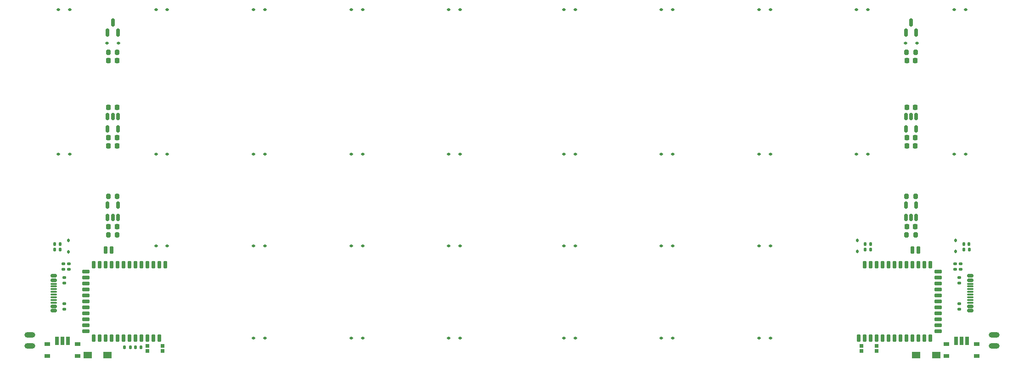
<source format=gbr>
%TF.GenerationSoftware,KiCad,Pcbnew,8.0.1*%
%TF.CreationDate,2024-03-30T18:05:25+05:00*%
%TF.ProjectId,pcb,7063622e-6b69-4636-9164-5f7063625858,rev?*%
%TF.SameCoordinates,Original*%
%TF.FileFunction,Paste,Top*%
%TF.FilePolarity,Positive*%
%FSLAX46Y46*%
G04 Gerber Fmt 4.6, Leading zero omitted, Abs format (unit mm)*
G04 Created by KiCad (PCBNEW 8.0.1) date 2024-03-30 18:05:25*
%MOMM*%
%LPD*%
G01*
G04 APERTURE LIST*
G04 Aperture macros list*
%AMRoundRect*
0 Rectangle with rounded corners*
0 $1 Rounding radius*
0 $2 $3 $4 $5 $6 $7 $8 $9 X,Y pos of 4 corners*
0 Add a 4 corners polygon primitive as box body*
4,1,4,$2,$3,$4,$5,$6,$7,$8,$9,$2,$3,0*
0 Add four circle primitives for the rounded corners*
1,1,$1+$1,$2,$3*
1,1,$1+$1,$4,$5*
1,1,$1+$1,$6,$7*
1,1,$1+$1,$8,$9*
0 Add four rect primitives between the rounded corners*
20,1,$1+$1,$2,$3,$4,$5,0*
20,1,$1+$1,$4,$5,$6,$7,0*
20,1,$1+$1,$6,$7,$8,$9,0*
20,1,$1+$1,$8,$9,$2,$3,0*%
G04 Aperture macros list end*
%ADD10RoundRect,0.200000X0.200000X0.275000X-0.200000X0.275000X-0.200000X-0.275000X0.200000X-0.275000X0*%
%ADD11RoundRect,0.112500X-0.187500X-0.112500X0.187500X-0.112500X0.187500X0.112500X-0.187500X0.112500X0*%
%ADD12RoundRect,0.225000X0.225000X0.250000X-0.225000X0.250000X-0.225000X-0.250000X0.225000X-0.250000X0*%
%ADD13RoundRect,0.135000X0.185000X-0.135000X0.185000X0.135000X-0.185000X0.135000X-0.185000X-0.135000X0*%
%ADD14RoundRect,0.112500X0.187500X0.112500X-0.187500X0.112500X-0.187500X-0.112500X0.187500X-0.112500X0*%
%ADD15RoundRect,0.150000X-0.425000X0.150000X-0.425000X-0.150000X0.425000X-0.150000X0.425000X0.150000X0*%
%ADD16RoundRect,0.075000X-0.500000X0.075000X-0.500000X-0.075000X0.500000X-0.075000X0.500000X0.075000X0*%
%ADD17RoundRect,0.150000X0.150000X-0.512500X0.150000X0.512500X-0.150000X0.512500X-0.150000X-0.512500X0*%
%ADD18RoundRect,0.135000X-0.185000X0.135000X-0.185000X-0.135000X0.185000X-0.135000X0.185000X0.135000X0*%
%ADD19RoundRect,0.135000X-0.135000X-0.185000X0.135000X-0.185000X0.135000X0.185000X-0.135000X0.185000X0*%
%ADD20RoundRect,0.150000X0.150000X-0.587500X0.150000X0.587500X-0.150000X0.587500X-0.150000X-0.587500X0*%
%ADD21RoundRect,0.175000X-0.175000X0.500000X-0.175000X-0.500000X0.175000X-0.500000X0.175000X0.500000X0*%
%ADD22RoundRect,0.175000X-0.500000X-0.175000X0.500000X-0.175000X0.500000X0.175000X-0.500000X0.175000X0*%
%ADD23RoundRect,0.175000X0.175000X-0.500000X0.175000X0.500000X-0.175000X0.500000X-0.175000X-0.500000X0*%
%ADD24R,0.800000X0.700000*%
%ADD25RoundRect,0.200000X-0.200000X-0.275000X0.200000X-0.275000X0.200000X0.275000X-0.200000X0.275000X0*%
%ADD26RoundRect,0.140000X0.140000X0.170000X-0.140000X0.170000X-0.140000X-0.170000X0.140000X-0.170000X0*%
%ADD27RoundRect,0.150000X0.425000X-0.150000X0.425000X0.150000X-0.425000X0.150000X-0.425000X-0.150000X0*%
%ADD28RoundRect,0.075000X0.500000X-0.075000X0.500000X0.075000X-0.500000X0.075000X-0.500000X-0.075000X0*%
%ADD29RoundRect,0.175000X0.500000X0.175000X-0.500000X0.175000X-0.500000X-0.175000X0.500000X-0.175000X0*%
%ADD30RoundRect,0.112500X-0.112500X0.187500X-0.112500X-0.187500X0.112500X-0.187500X0.112500X0.187500X0*%
%ADD31RoundRect,0.135000X0.135000X0.185000X-0.135000X0.185000X-0.135000X-0.185000X0.135000X-0.185000X0*%
%ADD32RoundRect,0.500000X0.500000X-0.000010X0.500000X0.000010X-0.500000X0.000010X-0.500000X-0.000010X0*%
%ADD33RoundRect,0.060000X0.740000X0.540000X-0.740000X0.540000X-0.740000X-0.540000X0.740000X-0.540000X0*%
%ADD34RoundRect,0.500000X-0.500000X0.000010X-0.500000X-0.000010X0.500000X-0.000010X0.500000X0.000010X0*%
%ADD35RoundRect,0.150000X-0.150000X0.512500X-0.150000X-0.512500X0.150000X-0.512500X0.150000X0.512500X0*%
%ADD36R,1.000000X0.800000*%
%ADD37R,0.700000X1.500000*%
%ADD38RoundRect,0.140000X-0.140000X-0.170000X0.140000X-0.170000X0.140000X0.170000X-0.140000X0.170000X0*%
%ADD39RoundRect,0.112500X0.112500X-0.187500X0.112500X0.187500X-0.112500X0.187500X-0.112500X-0.187500X0*%
G04 APERTURE END LIST*
D10*
%TO.C,R16*%
X207025000Y-53037500D03*
X205375000Y-53037500D03*
%TD*%
D11*
%TO.C,D24*%
X196149998Y-45200000D03*
X198249998Y-45200000D03*
%TD*%
D12*
%TO.C,C6*%
X59775000Y-85200000D03*
X58225000Y-85200000D03*
%TD*%
D13*
%TO.C,R14*%
X214300000Y-93110000D03*
X214300000Y-92090000D03*
%TD*%
D14*
%TO.C,D2*%
X51050000Y-71800000D03*
X48950000Y-71800000D03*
%TD*%
D15*
%TO.C,J1*%
X48100000Y-94300000D03*
X48100000Y-95100000D03*
D16*
X48100000Y-96250000D03*
X48100000Y-97250000D03*
X48100000Y-97750000D03*
X48100000Y-98750000D03*
D15*
X48100000Y-99900000D03*
X48100000Y-100700000D03*
X48100000Y-100700000D03*
X48100000Y-99900000D03*
D16*
X48100000Y-99250000D03*
X48100000Y-98250000D03*
X48100000Y-96750000D03*
X48100000Y-95750000D03*
D15*
X48100000Y-95100000D03*
X48100000Y-94300000D03*
%TD*%
D14*
%TO.C,D30*%
X180250000Y-105800000D03*
X178150000Y-105800000D03*
%TD*%
D17*
%TO.C,U6*%
X205250000Y-83537500D03*
X206200000Y-83537500D03*
X207150000Y-83537500D03*
X207150000Y-81262500D03*
X205250000Y-81262500D03*
%TD*%
D11*
%TO.C,D31*%
X160149998Y-45200000D03*
X162249998Y-45200000D03*
%TD*%
D14*
%TO.C,D14*%
X105050000Y-105800000D03*
X102950000Y-105800000D03*
%TD*%
D11*
%TO.C,D11*%
X102950000Y-45200000D03*
X105050000Y-45200000D03*
%TD*%
D12*
%TO.C,C4*%
X59775000Y-68800000D03*
X58225000Y-68800000D03*
%TD*%
D13*
%TO.C,R3*%
X50100000Y-100410000D03*
X50100000Y-99390000D03*
%TD*%
D18*
%TO.C,R13*%
X215100000Y-94590000D03*
X215100000Y-95610000D03*
%TD*%
D14*
%TO.C,D22*%
X216250000Y-71800000D03*
X214150000Y-71800000D03*
%TD*%
D18*
%TO.C,R5*%
X50900000Y-92090000D03*
X50900000Y-93110000D03*
%TD*%
D13*
%TO.C,R4*%
X49900000Y-93110000D03*
X49900000Y-92090000D03*
%TD*%
D19*
%TO.C,R10*%
X61190000Y-107500000D03*
X62210000Y-107500000D03*
%TD*%
D12*
%TO.C,C3*%
X59775000Y-63200000D03*
X58225000Y-63200000D03*
%TD*%
D20*
%TO.C,Q2*%
X205250000Y-49375000D03*
X207150000Y-49375000D03*
X206200000Y-47500000D03*
%TD*%
D21*
%TO.C,U1*%
X68700000Y-92250000D03*
X67600000Y-92250000D03*
X66500000Y-92250000D03*
X65400000Y-92250000D03*
X64300000Y-92250000D03*
X63200000Y-92250000D03*
X62100000Y-92250000D03*
X61000000Y-92250000D03*
X59900000Y-92250000D03*
X58800000Y-92250000D03*
X57700000Y-92250000D03*
X56600000Y-92250000D03*
X55500000Y-92250000D03*
D22*
X54000000Y-93500000D03*
X54000000Y-94600000D03*
X54000000Y-95700000D03*
X54000000Y-96800000D03*
X54000000Y-97900000D03*
X54000000Y-99000000D03*
X54000000Y-100100000D03*
X54000000Y-101200000D03*
X54000000Y-102300000D03*
X54000000Y-103400000D03*
X54000000Y-104500000D03*
D23*
X55500000Y-105750000D03*
X56600000Y-105750000D03*
X57700000Y-105750000D03*
X58800000Y-105750000D03*
X59900000Y-105750000D03*
X61000000Y-105750000D03*
X62100000Y-105750000D03*
X63200000Y-105750000D03*
X64300000Y-105750000D03*
X65400000Y-105750000D03*
X66500000Y-105750000D03*
X67600000Y-105750000D03*
X57700000Y-89500000D03*
X58800000Y-89500000D03*
%TD*%
D14*
%TO.C,D13*%
X105050000Y-88800000D03*
X102950000Y-88800000D03*
%TD*%
%TO.C,D38*%
X144250000Y-105800000D03*
X142150000Y-105800000D03*
%TD*%
D24*
%TO.C,SW20*%
X65400000Y-108150000D03*
X65400000Y-107250000D03*
X68200000Y-108150000D03*
X68200000Y-107250000D03*
%TD*%
D14*
%TO.C,D25*%
X198250000Y-71800000D03*
X196150000Y-71800000D03*
%TD*%
D12*
%TO.C,C11*%
X206975000Y-70300000D03*
X205425000Y-70300000D03*
%TD*%
D14*
%TO.C,D9*%
X87050000Y-88800000D03*
X84950000Y-88800000D03*
%TD*%
D11*
%TO.C,D7*%
X84950000Y-45200000D03*
X87050000Y-45200000D03*
%TD*%
%TO.C,D27*%
X178149998Y-45200000D03*
X180249998Y-45200000D03*
%TD*%
D14*
%TO.C,D6*%
X69050000Y-88800000D03*
X66950000Y-88800000D03*
%TD*%
D12*
%TO.C,C2*%
X59775000Y-54537500D03*
X58225000Y-54537500D03*
%TD*%
D14*
%TO.C,D34*%
X162250000Y-105800000D03*
X160150000Y-105800000D03*
%TD*%
D25*
%TO.C,R7*%
X58175000Y-79600000D03*
X59825000Y-79600000D03*
%TD*%
D12*
%TO.C,C5*%
X59775000Y-70300000D03*
X58225000Y-70300000D03*
%TD*%
D26*
%TO.C,C7*%
X216880000Y-88400000D03*
X215920000Y-88400000D03*
%TD*%
D11*
%TO.C,D4*%
X66950000Y-45200000D03*
X69050000Y-45200000D03*
%TD*%
D14*
%TO.C,D10*%
X87050000Y-105800000D03*
X84950000Y-105800000D03*
%TD*%
%TO.C,D17*%
X123050000Y-88800000D03*
X120950000Y-88800000D03*
%TD*%
D27*
%TO.C,J3*%
X217111450Y-100700100D03*
X217111450Y-99900100D03*
D28*
X217111450Y-98750100D03*
X217111450Y-97750100D03*
X217111450Y-97250100D03*
X217111450Y-96250100D03*
D27*
X217111450Y-95100100D03*
X217111450Y-94300100D03*
X217111450Y-94300100D03*
X217111450Y-95100100D03*
D28*
X217111450Y-95750100D03*
X217111450Y-96750100D03*
X217111450Y-98250100D03*
X217111450Y-99250100D03*
D27*
X217111450Y-99900100D03*
X217111450Y-100700100D03*
%TD*%
D14*
%TO.C,D33*%
X162250000Y-88800000D03*
X160150000Y-88800000D03*
%TD*%
D23*
%TO.C,U4*%
X196500000Y-105750000D03*
X197600000Y-105750000D03*
X198700000Y-105750000D03*
X199800000Y-105750000D03*
X200900000Y-105750000D03*
X202000000Y-105750000D03*
X203100000Y-105750000D03*
X204200000Y-105750000D03*
X205300000Y-105750000D03*
X206400000Y-105750000D03*
X207500000Y-105750000D03*
X208600000Y-105750000D03*
X209700000Y-105750000D03*
D29*
X211200000Y-104500000D03*
X211200000Y-103400000D03*
X211200000Y-102300000D03*
X211200000Y-101200000D03*
X211200000Y-100100000D03*
X211200000Y-99000000D03*
X211200000Y-97900000D03*
X211200000Y-96800000D03*
X211200000Y-95700000D03*
X211200000Y-94600000D03*
X211200000Y-93500000D03*
D21*
X209700000Y-92250000D03*
X208600000Y-92250000D03*
X207500000Y-92250000D03*
X206400000Y-92250000D03*
X205300000Y-92250000D03*
X204200000Y-92250000D03*
X203100000Y-92250000D03*
X202000000Y-92250000D03*
X200900000Y-92250000D03*
X199800000Y-92250000D03*
X198700000Y-92250000D03*
X197600000Y-92250000D03*
X207500000Y-89500000D03*
X206400000Y-89500000D03*
%TD*%
D14*
%TO.C,D5*%
X69050000Y-71800000D03*
X66950000Y-71800000D03*
%TD*%
D30*
%TO.C,D3*%
X50800000Y-87750000D03*
X50800000Y-89850000D03*
%TD*%
D12*
%TO.C,C12*%
X206975000Y-85200000D03*
X205425000Y-85200000D03*
%TD*%
D24*
%TO.C,SW40*%
X197000000Y-108150000D03*
X197000000Y-107250000D03*
X199800000Y-108150000D03*
X199800000Y-107250000D03*
%TD*%
D14*
%TO.C,D18*%
X123050000Y-105800000D03*
X120950000Y-105800000D03*
%TD*%
D31*
%TO.C,R11*%
X216910000Y-89400000D03*
X215890000Y-89400000D03*
%TD*%
D32*
%TO.C,H2*%
X43700000Y-107200000D03*
%TD*%
D11*
%TO.C,D1*%
X48950000Y-45200000D03*
X51050000Y-45200000D03*
%TD*%
D33*
%TO.C,D20*%
X54350000Y-108900000D03*
X58050000Y-108900000D03*
%TD*%
D19*
%TO.C,R1*%
X48290000Y-89400000D03*
X49310000Y-89400000D03*
%TD*%
D14*
%TO.C,D8*%
X87050000Y-71800000D03*
X84950000Y-71800000D03*
%TD*%
D11*
%TO.C,D35*%
X142149998Y-45200000D03*
X144249998Y-45200000D03*
%TD*%
D13*
%TO.C,R2*%
X50100000Y-95610000D03*
X50100000Y-94590000D03*
%TD*%
D18*
%TO.C,R15*%
X215300000Y-92090000D03*
X215300000Y-93110000D03*
%TD*%
D12*
%TO.C,C9*%
X206975000Y-63200000D03*
X205425000Y-63200000D03*
%TD*%
D18*
%TO.C,R12*%
X215100000Y-99390000D03*
X215100000Y-100410000D03*
%TD*%
D33*
%TO.C,D40*%
X207150000Y-108900000D03*
X210850000Y-108900000D03*
%TD*%
D12*
%TO.C,C10*%
X206975000Y-68800000D03*
X205425000Y-68800000D03*
%TD*%
D14*
%TO.C,D12*%
X105050000Y-71800000D03*
X102950000Y-71800000D03*
%TD*%
D34*
%TO.C,H4*%
X221500000Y-107200000D03*
%TD*%
D14*
%TO.C,D28*%
X180250000Y-71800000D03*
X178150000Y-71800000D03*
%TD*%
D11*
%TO.C,D21*%
X214149998Y-45200000D03*
X216249998Y-45200000D03*
%TD*%
D35*
%TO.C,U5*%
X207150000Y-64862500D03*
X206200000Y-64862500D03*
X205250000Y-64862500D03*
X205250000Y-67137500D03*
X207150000Y-67137500D03*
%TD*%
D20*
%TO.C,Q1*%
X58050000Y-49375000D03*
X59950000Y-49375000D03*
X59000000Y-47500000D03*
%TD*%
D14*
%TO.C,D19*%
X60050000Y-51337500D03*
X57950000Y-51337500D03*
%TD*%
%TO.C,D39*%
X207250000Y-51337500D03*
X205150000Y-51337500D03*
%TD*%
D25*
%TO.C,R8*%
X58175000Y-86700000D03*
X59825000Y-86700000D03*
%TD*%
D17*
%TO.C,U2*%
X58050000Y-83537500D03*
X59000000Y-83537500D03*
X59950000Y-83537500D03*
X59950000Y-81262500D03*
X58050000Y-81262500D03*
%TD*%
D10*
%TO.C,R6*%
X59825000Y-53037500D03*
X58175000Y-53037500D03*
%TD*%
D25*
%TO.C,R17*%
X205375000Y-79600000D03*
X207025000Y-79600000D03*
%TD*%
D36*
%TO.C,SW19*%
X46900000Y-106900000D03*
X46900000Y-109100000D03*
X52500000Y-106900000D03*
X52500000Y-109100000D03*
D37*
X48700000Y-106250000D03*
X49700000Y-106250000D03*
X50700000Y-106250000D03*
%TD*%
D11*
%TO.C,D15*%
X120950000Y-45200000D03*
X123050000Y-45200000D03*
%TD*%
D14*
%TO.C,D37*%
X144250000Y-88800000D03*
X142150000Y-88800000D03*
%TD*%
D31*
%TO.C,R20*%
X198710000Y-89400000D03*
X197690000Y-89400000D03*
%TD*%
D34*
%TO.C,H3*%
X221500000Y-105200000D03*
%TD*%
D38*
%TO.C,C1*%
X48320000Y-88400000D03*
X49280000Y-88400000D03*
%TD*%
D14*
%TO.C,D16*%
X123050000Y-71800000D03*
X120950000Y-71800000D03*
%TD*%
D25*
%TO.C,R18*%
X205375000Y-86700000D03*
X207025000Y-86700000D03*
%TD*%
D19*
%TO.C,R19*%
X197690000Y-88400000D03*
X198710000Y-88400000D03*
%TD*%
D39*
%TO.C,D23*%
X214400000Y-89805000D03*
X214400000Y-87705000D03*
%TD*%
D14*
%TO.C,D32*%
X162250000Y-71800000D03*
X160150000Y-71800000D03*
%TD*%
D36*
%TO.C,SW39*%
X212700000Y-106900000D03*
X212700000Y-109100000D03*
X218300000Y-106900000D03*
X218300000Y-109100000D03*
D37*
X214500000Y-106250000D03*
X215500000Y-106250000D03*
X216500000Y-106250000D03*
%TD*%
D14*
%TO.C,D36*%
X144250000Y-71800000D03*
X142150000Y-71800000D03*
%TD*%
%TO.C,D29*%
X180250000Y-88800000D03*
X178150000Y-88800000D03*
%TD*%
D35*
%TO.C,U3*%
X59950000Y-64862500D03*
X59000000Y-64862500D03*
X58050000Y-64862500D03*
X58050000Y-67137500D03*
X59950000Y-67137500D03*
%TD*%
D32*
%TO.C,H1*%
X43700000Y-105200000D03*
%TD*%
D19*
%TO.C,R9*%
X63190000Y-107500000D03*
X64210000Y-107500000D03*
%TD*%
D12*
%TO.C,C8*%
X206975000Y-54537500D03*
X205425000Y-54537500D03*
%TD*%
D39*
%TO.C,D26*%
X196300000Y-89805000D03*
X196300000Y-87705000D03*
%TD*%
M02*

</source>
